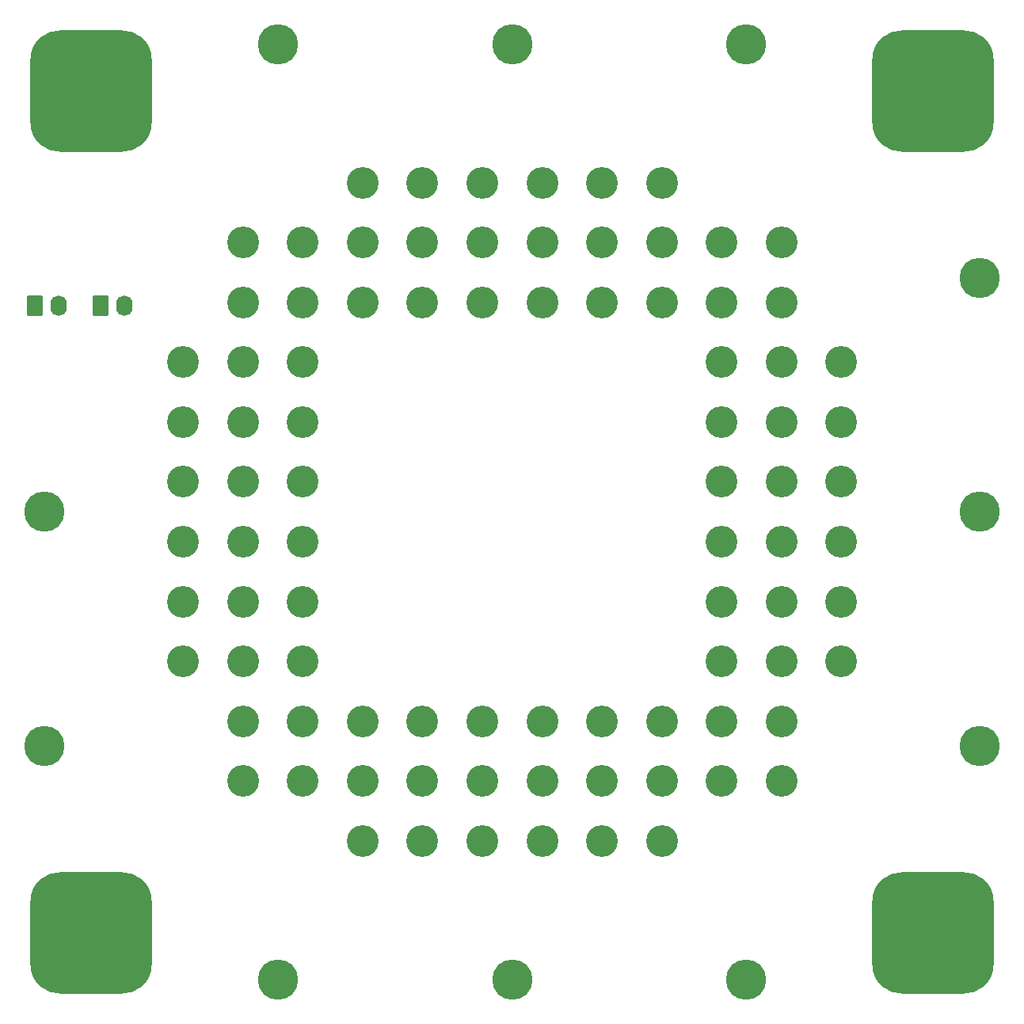
<source format=gbr>
%TF.GenerationSoftware,KiCad,Pcbnew,(6.0.5)*%
%TF.CreationDate,2022-06-16T08:04:58-07:00*%
%TF.ProjectId,LED,4c45442e-6b69-4636-9164-5f7063625858,rev?*%
%TF.SameCoordinates,Original*%
%TF.FileFunction,Soldermask,Bot*%
%TF.FilePolarity,Negative*%
%FSLAX46Y46*%
G04 Gerber Fmt 4.6, Leading zero omitted, Abs format (unit mm)*
G04 Created by KiCad (PCBNEW (6.0.5)) date 2022-06-16 08:04:58*
%MOMM*%
%LPD*%
G01*
G04 APERTURE LIST*
G04 Aperture macros list*
%AMRoundRect*
0 Rectangle with rounded corners*
0 $1 Rounding radius*
0 $2 $3 $4 $5 $6 $7 $8 $9 X,Y pos of 4 corners*
0 Add a 4 corners polygon primitive as box body*
4,1,4,$2,$3,$4,$5,$6,$7,$8,$9,$2,$3,0*
0 Add four circle primitives for the rounded corners*
1,1,$1+$1,$2,$3*
1,1,$1+$1,$4,$5*
1,1,$1+$1,$6,$7*
1,1,$1+$1,$8,$9*
0 Add four rect primitives between the rounded corners*
20,1,$1+$1,$2,$3,$4,$5,0*
20,1,$1+$1,$4,$5,$6,$7,0*
20,1,$1+$1,$6,$7,$8,$9,0*
20,1,$1+$1,$8,$9,$2,$3,0*%
G04 Aperture macros list end*
%ADD10C,3.400000*%
%ADD11RoundRect,3.250000X-3.250000X-3.250000X3.250000X-3.250000X3.250000X3.250000X-3.250000X3.250000X0*%
%ADD12C,4.300000*%
%ADD13RoundRect,0.250000X-0.620000X-0.845000X0.620000X-0.845000X0.620000X0.845000X-0.620000X0.845000X0*%
%ADD14O,1.740000X2.190000*%
G04 APERTURE END LIST*
D10*
%TO.C,D42*%
X178799995Y-83999997D03*
%TD*%
D11*
%TO.C,U1*%
X194999995Y-144999997D03*
%TD*%
D10*
%TO.C,D47*%
X178799995Y-115999997D03*
%TD*%
D12*
%TO.C,H10*%
X124999995Y-149999997D03*
%TD*%
D10*
%TO.C,D38*%
X165999995Y-71199997D03*
%TD*%
D12*
%TO.C,H6*%
X174999995Y-49999997D03*
%TD*%
D13*
%TO.C,J2*%
X98999995Y-77999997D03*
D14*
X101539995Y-77999997D03*
%TD*%
D10*
%TO.C,D3*%
X140399995Y-77599997D03*
%TD*%
%TO.C,D2*%
X133999995Y-77599997D03*
%TD*%
%TO.C,D48*%
X178799995Y-122399997D03*
%TD*%
%TO.C,D1*%
X127599995Y-77599997D03*
%TD*%
%TO.C,D55*%
X140399995Y-128799997D03*
%TD*%
%TO.C,D4*%
X146799995Y-77599997D03*
%TD*%
%TO.C,D82*%
X146799995Y-135199997D03*
%TD*%
%TO.C,D32*%
X127599995Y-71199997D03*
%TD*%
%TO.C,D76*%
X185199995Y-103199997D03*
%TD*%
%TO.C,D75*%
X185199995Y-96799997D03*
%TD*%
%TO.C,D70*%
X153199995Y-64799997D03*
%TD*%
D12*
%TO.C,H2*%
X149999995Y-149999997D03*
%TD*%
D10*
%TO.C,D87*%
X114799995Y-103199997D03*
%TD*%
%TO.C,D26*%
X127599995Y-96799997D03*
%TD*%
%TO.C,D13*%
X172399995Y-109599997D03*
%TD*%
%TO.C,D53*%
X153199995Y-128799997D03*
%TD*%
%TO.C,D86*%
X114799995Y-109599997D03*
%TD*%
%TO.C,D8*%
X172399995Y-77599997D03*
%TD*%
D12*
%TO.C,H5*%
X124999995Y-49999997D03*
%TD*%
D10*
%TO.C,D62*%
X121199995Y-103199997D03*
%TD*%
D12*
%TO.C,H3*%
X149999995Y-49999997D03*
%TD*%
D10*
%TO.C,D65*%
X114799995Y-90399997D03*
%TD*%
%TO.C,D7*%
X165999995Y-77599997D03*
%TD*%
%TO.C,D25*%
X127599995Y-103199997D03*
%TD*%
D11*
%TO.C,U2*%
X104999995Y-54999997D03*
%TD*%
D10*
%TO.C,D27*%
X127599995Y-90399997D03*
%TD*%
%TO.C,D49*%
X178799995Y-128799997D03*
%TD*%
%TO.C,D15*%
X172399995Y-122399997D03*
%TD*%
%TO.C,D22*%
X127599995Y-122399997D03*
%TD*%
%TO.C,D44*%
X178799995Y-96799997D03*
%TD*%
%TO.C,D40*%
X178799995Y-71199997D03*
%TD*%
%TO.C,D35*%
X146799995Y-71199997D03*
%TD*%
%TO.C,D9*%
X172399995Y-83999997D03*
%TD*%
%TO.C,D30*%
X121199995Y-77599997D03*
%TD*%
%TO.C,D28*%
X127599995Y-83999997D03*
%TD*%
%TO.C,D50*%
X172399995Y-128799997D03*
%TD*%
%TO.C,D84*%
X133999995Y-135199997D03*
%TD*%
%TO.C,D67*%
X133999995Y-64799997D03*
%TD*%
%TO.C,D73*%
X185199995Y-83999997D03*
%TD*%
%TO.C,D31*%
X121199995Y-71199997D03*
%TD*%
%TO.C,D56*%
X133999995Y-128799997D03*
%TD*%
%TO.C,D85*%
X114799995Y-115999997D03*
%TD*%
%TO.C,D14*%
X172399995Y-115999997D03*
%TD*%
%TO.C,D6*%
X159599995Y-77599997D03*
%TD*%
%TO.C,D18*%
X153199995Y-122399997D03*
%TD*%
%TO.C,D21*%
X133999995Y-122399997D03*
%TD*%
%TO.C,D10*%
X172399995Y-90399997D03*
%TD*%
%TO.C,D61*%
X121199995Y-109599997D03*
%TD*%
D12*
%TO.C,H1*%
X99999995Y-99999997D03*
%TD*%
D10*
%TO.C,D81*%
X153199995Y-135199997D03*
%TD*%
D13*
%TO.C,J1*%
X105999995Y-77999997D03*
D14*
X108539995Y-77999997D03*
%TD*%
D10*
%TO.C,D80*%
X159599995Y-135199997D03*
%TD*%
%TO.C,D29*%
X121199995Y-83999997D03*
%TD*%
%TO.C,D64*%
X121199995Y-90399997D03*
%TD*%
D12*
%TO.C,H12*%
X174999995Y-149999997D03*
%TD*%
D10*
%TO.C,D79*%
X165999995Y-135199997D03*
%TD*%
%TO.C,D37*%
X159599995Y-71199997D03*
%TD*%
D11*
%TO.C,U4*%
X104999995Y-144999997D03*
%TD*%
D12*
%TO.C,H8*%
X199999995Y-124999997D03*
%TD*%
D10*
%TO.C,D83*%
X140399995Y-135199997D03*
%TD*%
%TO.C,D72*%
X165999995Y-64799997D03*
%TD*%
%TO.C,D33*%
X133999995Y-71199997D03*
%TD*%
%TO.C,D78*%
X185199995Y-115999997D03*
%TD*%
D12*
%TO.C,H4*%
X199999995Y-99999997D03*
%TD*%
D10*
%TO.C,D45*%
X178799995Y-103199997D03*
%TD*%
%TO.C,D43*%
X178799995Y-90399997D03*
%TD*%
D11*
%TO.C,U3*%
X194999995Y-54999997D03*
%TD*%
D10*
%TO.C,D12*%
X172399995Y-103199997D03*
%TD*%
%TO.C,D34*%
X140399995Y-71199997D03*
%TD*%
%TO.C,D19*%
X146799995Y-122399997D03*
%TD*%
D12*
%TO.C,H9*%
X199999995Y-74999997D03*
%TD*%
D10*
%TO.C,D74*%
X185199995Y-90399997D03*
%TD*%
%TO.C,D60*%
X121199995Y-115999997D03*
%TD*%
%TO.C,D69*%
X146799995Y-64799997D03*
%TD*%
%TO.C,D11*%
X172399995Y-96799997D03*
%TD*%
%TO.C,D59*%
X121199995Y-122399997D03*
%TD*%
%TO.C,D16*%
X165999995Y-122399997D03*
%TD*%
%TO.C,D88*%
X114799995Y-96799997D03*
%TD*%
%TO.C,D36*%
X153199995Y-71199997D03*
%TD*%
%TO.C,D39*%
X172399995Y-71199997D03*
%TD*%
%TO.C,D52*%
X159599995Y-128799997D03*
%TD*%
%TO.C,D54*%
X146799995Y-128799997D03*
%TD*%
%TO.C,D71*%
X159599995Y-64799997D03*
%TD*%
%TO.C,D57*%
X127599995Y-128799997D03*
%TD*%
%TO.C,D66*%
X114799995Y-83999997D03*
%TD*%
%TO.C,D77*%
X185199995Y-109599997D03*
%TD*%
D12*
%TO.C,H7*%
X99999995Y-124999997D03*
%TD*%
D10*
%TO.C,D5*%
X153199995Y-77599997D03*
%TD*%
%TO.C,D58*%
X121199995Y-128799997D03*
%TD*%
%TO.C,D17*%
X159599995Y-122399997D03*
%TD*%
%TO.C,D68*%
X140399995Y-64799997D03*
%TD*%
%TO.C,D63*%
X121199995Y-96799997D03*
%TD*%
%TO.C,D23*%
X127599995Y-115999997D03*
%TD*%
%TO.C,D46*%
X178799995Y-109599997D03*
%TD*%
%TO.C,D51*%
X165999995Y-128799997D03*
%TD*%
%TO.C,D41*%
X178799995Y-77599997D03*
%TD*%
%TO.C,D20*%
X140399995Y-122399997D03*
%TD*%
%TO.C,D24*%
X127599995Y-109599997D03*
%TD*%
M02*

</source>
